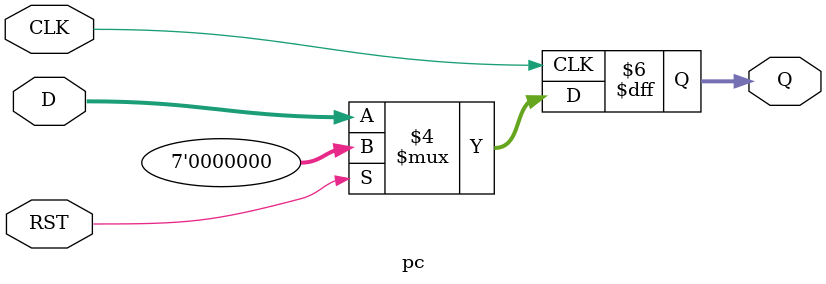
<source format=v>
`timescale 1ns / 1ps

module pc #(parameter n = 7)(
    input CLK, RST,
    input [n-1 : 0] D,
    output reg [n-1 : 0] Q = 0
    );

always @(posedge CLK)
    if (RST)
        Q <= {n{1'b0}};
    else
        Q <= D;
        
endmodule

</source>
